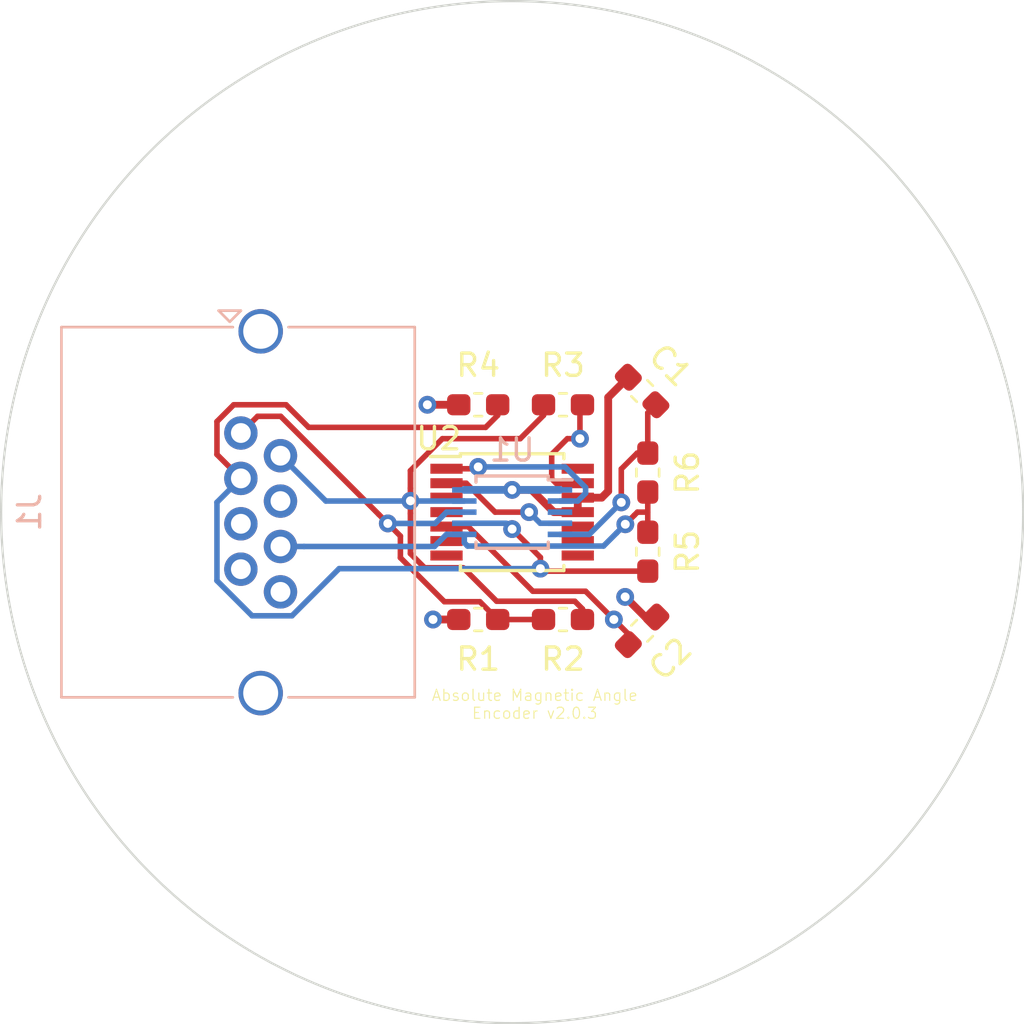
<source format=kicad_pcb>
(kicad_pcb (version 20171130) (host pcbnew "(5.1.5)-3")

  (general
    (thickness 1.6)
    (drawings 2)
    (tracks 166)
    (zones 0)
    (modules 11)
    (nets 9)
  )

  (page A4)
  (title_block
    (date 2019-12-22)
  )

  (layers
    (0 F.Cu signal)
    (1 In1.Cu power)
    (2 In2.Cu power)
    (31 B.Cu signal)
    (32 B.Adhes user)
    (33 F.Adhes user)
    (34 B.Paste user)
    (35 F.Paste user)
    (36 B.SilkS user)
    (37 F.SilkS user)
    (38 B.Mask user)
    (39 F.Mask user)
    (42 Eco1.User user)
    (44 Edge.Cuts user)
    (45 Margin user)
    (46 B.CrtYd user)
    (47 F.CrtYd user)
    (48 B.Fab user)
    (49 F.Fab user)
  )

  (setup
    (last_trace_width 0.25)
    (trace_clearance 0.2)
    (zone_clearance 0.2)
    (zone_45_only no)
    (trace_min 0.2)
    (via_size 0.8)
    (via_drill 0.4)
    (via_min_size 0.4)
    (via_min_drill 0.3)
    (uvia_size 0.3)
    (uvia_drill 0.1)
    (uvias_allowed no)
    (uvia_min_size 0.2)
    (uvia_min_drill 0.1)
    (edge_width 0.1)
    (segment_width 0.2)
    (pcb_text_width 0.3)
    (pcb_text_size 1.5 1.5)
    (mod_edge_width 0.15)
    (mod_text_size 1 1)
    (mod_text_width 0.15)
    (pad_size 2 2)
    (pad_drill 1.57)
    (pad_to_mask_clearance 0.000051)
    (aux_axis_origin 0 0)
    (grid_origin 228.092 134.112)
    (visible_elements 7FFDFFFF)
    (pcbplotparams
      (layerselection 0x010fc_ffffffff)
      (usegerberextensions false)
      (usegerberattributes false)
      (usegerberadvancedattributes false)
      (creategerberjobfile false)
      (excludeedgelayer true)
      (linewidth 0.100000)
      (plotframeref false)
      (viasonmask false)
      (mode 1)
      (useauxorigin false)
      (hpglpennumber 1)
      (hpglpenspeed 20)
      (hpglpendiameter 15.000000)
      (psnegative false)
      (psa4output false)
      (plotreference true)
      (plotvalue false)
      (plotinvisibletext false)
      (padsonsilk false)
      (subtractmaskfromsilk false)
      (outputformat 1)
      (mirror false)
      (drillshape 0)
      (scaleselection 1)
      (outputdirectory "./gerber"))
  )

  (net 0 "")
  (net 1 GND)
  (net 2 "Net-(U1-Pad4)")
  (net 3 "Net-(U1-Pad2)")
  (net 4 DSCL-)
  (net 5 DSDA-)
  (net 6 DSCL+)
  (net 7 DSDA+)
  (net 8 +3V3)

  (net_class Default "This is the default net class."
    (clearance 0.2)
    (trace_width 0.25)
    (via_dia 0.8)
    (via_drill 0.4)
    (uvia_dia 0.3)
    (uvia_drill 0.1)
    (add_net DSCL+)
    (add_net DSCL-)
    (add_net DSDA+)
    (add_net DSDA-)
    (add_net GND)
    (add_net "Net-(U1-Pad2)")
    (add_net "Net-(U1-Pad4)")
  )

  (net_class +3V3 ""
    (clearance 0.2)
    (trace_width 0.35)
    (via_dia 0.8)
    (via_drill 0.4)
    (uvia_dia 0.3)
    (uvia_drill 0.1)
    (add_net +3V3)
  )

  (module Capacitor_SMD:C_0603_1608Metric_Pad1.05x0.95mm_HandSolder (layer F.Cu) (tedit 5B301BBE) (tstamp 5E336C9E)
    (at 233.934 128.667282 315)
    (descr "Capacitor SMD 0603 (1608 Metric), square (rectangular) end terminal, IPC_7351 nominal with elongated pad for handsoldering. (Body size source: http://www.tortai-tech.com/upload/download/2011102023233369053.pdf), generated with kicad-footprint-generator")
    (tags "capacitor handsolder")
    (path /5E3142CD)
    (attr smd)
    (fp_text reference C1 (at 0.078289 -1.717762 135) (layer F.SilkS)
      (effects (font (size 1 1) (thickness 0.15)))
    )
    (fp_text value 10uF (at 0 1.43 135) (layer F.Fab)
      (effects (font (size 1 1) (thickness 0.15)))
    )
    (fp_text user %R (at 0 0 135) (layer F.Fab)
      (effects (font (size 0.4 0.4) (thickness 0.06)))
    )
    (fp_line (start 1.65 0.73) (end -1.65 0.73) (layer F.CrtYd) (width 0.05))
    (fp_line (start 1.65 -0.73) (end 1.65 0.73) (layer F.CrtYd) (width 0.05))
    (fp_line (start -1.65 -0.73) (end 1.65 -0.73) (layer F.CrtYd) (width 0.05))
    (fp_line (start -1.65 0.73) (end -1.65 -0.73) (layer F.CrtYd) (width 0.05))
    (fp_line (start -0.171267 0.51) (end 0.171267 0.51) (layer F.SilkS) (width 0.12))
    (fp_line (start -0.171267 -0.51) (end 0.171267 -0.51) (layer F.SilkS) (width 0.12))
    (fp_line (start 0.8 0.4) (end -0.8 0.4) (layer F.Fab) (width 0.1))
    (fp_line (start 0.8 -0.4) (end 0.8 0.4) (layer F.Fab) (width 0.1))
    (fp_line (start -0.8 -0.4) (end 0.8 -0.4) (layer F.Fab) (width 0.1))
    (fp_line (start -0.8 0.4) (end -0.8 -0.4) (layer F.Fab) (width 0.1))
    (pad 2 smd roundrect (at 0.875 0 315) (size 1.05 0.95) (layers F.Cu F.Paste F.Mask) (roundrect_rratio 0.25)
      (net 1 GND))
    (pad 1 smd roundrect (at -0.875 0 315) (size 1.05 0.95) (layers F.Cu F.Paste F.Mask) (roundrect_rratio 0.25)
      (net 8 +3V3))
    (model ${KISYS3DMOD}/Capacitor_SMD.3dshapes/C_0603_1608Metric.wrl
      (at (xyz 0 0 0))
      (scale (xyz 1 1 1))
      (rotate (xyz 0 0 0))
    )
  )

  (module Capacitor_SMD:C_0603_1608Metric_Pad1.05x0.95mm_HandSolder (layer F.Cu) (tedit 5B301BBE) (tstamp 5E336BE6)
    (at 233.934 139.446 45)
    (descr "Capacitor SMD 0603 (1608 Metric), square (rectangular) end terminal, IPC_7351 nominal with elongated pad for handsoldering. (Body size source: http://www.tortai-tech.com/upload/download/2011102023233369053.pdf), generated with kicad-footprint-generator")
    (tags "capacitor handsolder")
    (path /5E311AFC)
    (attr smd)
    (fp_text reference C2 (at 0 1.796051 45) (layer F.SilkS)
      (effects (font (size 1 1) (thickness 0.15)))
    )
    (fp_text value 100nF (at 0 1.43 45) (layer F.Fab)
      (effects (font (size 1 1) (thickness 0.15)))
    )
    (fp_text user %R (at 0 0 45) (layer F.Fab)
      (effects (font (size 0.4 0.4) (thickness 0.06)))
    )
    (fp_line (start 1.65 0.73) (end -1.65 0.73) (layer F.CrtYd) (width 0.05))
    (fp_line (start 1.65 -0.73) (end 1.65 0.73) (layer F.CrtYd) (width 0.05))
    (fp_line (start -1.65 -0.73) (end 1.65 -0.73) (layer F.CrtYd) (width 0.05))
    (fp_line (start -1.65 0.73) (end -1.65 -0.73) (layer F.CrtYd) (width 0.05))
    (fp_line (start -0.171267 0.51) (end 0.171267 0.51) (layer F.SilkS) (width 0.12))
    (fp_line (start -0.171267 -0.51) (end 0.171267 -0.51) (layer F.SilkS) (width 0.12))
    (fp_line (start 0.8 0.4) (end -0.8 0.4) (layer F.Fab) (width 0.1))
    (fp_line (start 0.8 -0.4) (end 0.8 0.4) (layer F.Fab) (width 0.1))
    (fp_line (start -0.8 -0.4) (end 0.8 -0.4) (layer F.Fab) (width 0.1))
    (fp_line (start -0.8 0.4) (end -0.8 -0.4) (layer F.Fab) (width 0.1))
    (pad 2 smd roundrect (at 0.875 0 45) (size 1.05 0.95) (layers F.Cu F.Paste F.Mask) (roundrect_rratio 0.25)
      (net 8 +3V3))
    (pad 1 smd roundrect (at -0.875 0 45) (size 1.05 0.95) (layers F.Cu F.Paste F.Mask) (roundrect_rratio 0.25)
      (net 1 GND))
    (model ${KISYS3DMOD}/Capacitor_SMD.3dshapes/C_0603_1608Metric.wrl
      (at (xyz 0 0 0))
      (scale (xyz 1 1 1))
      (rotate (xyz 0 0 0))
    )
  )

  (module Resistor_SMD:R_0603_1608Metric_Pad1.05x0.95mm_HandSolder (layer F.Cu) (tedit 5B301BBD) (tstamp 5E31C8AC)
    (at 226.568 138.938 180)
    (descr "Resistor SMD 0603 (1608 Metric), square (rectangular) end terminal, IPC_7351 nominal with elongated pad for handsoldering. (Body size source: http://www.tortai-tech.com/upload/download/2011102023233369053.pdf), generated with kicad-footprint-generator")
    (tags "resistor handsolder")
    (path /5E348E41)
    (attr smd)
    (fp_text reference R1 (at 0 -1.778) (layer F.SilkS)
      (effects (font (size 1 1) (thickness 0.15)))
    )
    (fp_text value 600 (at 0 1.43) (layer F.Fab)
      (effects (font (size 1 1) (thickness 0.15)))
    )
    (fp_text user %R (at 0 0) (layer F.Fab)
      (effects (font (size 0.4 0.4) (thickness 0.06)))
    )
    (fp_line (start 1.65 0.73) (end -1.65 0.73) (layer F.CrtYd) (width 0.05))
    (fp_line (start 1.65 -0.73) (end 1.65 0.73) (layer F.CrtYd) (width 0.05))
    (fp_line (start -1.65 -0.73) (end 1.65 -0.73) (layer F.CrtYd) (width 0.05))
    (fp_line (start -1.65 0.73) (end -1.65 -0.73) (layer F.CrtYd) (width 0.05))
    (fp_line (start -0.171267 0.51) (end 0.171267 0.51) (layer F.SilkS) (width 0.12))
    (fp_line (start -0.171267 -0.51) (end 0.171267 -0.51) (layer F.SilkS) (width 0.12))
    (fp_line (start 0.8 0.4) (end -0.8 0.4) (layer F.Fab) (width 0.1))
    (fp_line (start 0.8 -0.4) (end 0.8 0.4) (layer F.Fab) (width 0.1))
    (fp_line (start -0.8 -0.4) (end 0.8 -0.4) (layer F.Fab) (width 0.1))
    (fp_line (start -0.8 0.4) (end -0.8 -0.4) (layer F.Fab) (width 0.1))
    (pad 2 smd roundrect (at 0.875 0 180) (size 1.05 0.95) (layers F.Cu F.Paste F.Mask) (roundrect_rratio 0.25)
      (net 8 +3V3))
    (pad 1 smd roundrect (at -0.875 0 180) (size 1.05 0.95) (layers F.Cu F.Paste F.Mask) (roundrect_rratio 0.25)
      (net 7 DSDA+))
    (model ${KISYS3DMOD}/Resistor_SMD.3dshapes/R_0603_1608Metric.wrl
      (at (xyz 0 0 0))
      (scale (xyz 1 1 1))
      (rotate (xyz 0 0 0))
    )
  )

  (module Resistor_SMD:R_0603_1608Metric_Pad1.05x0.95mm_HandSolder (layer F.Cu) (tedit 5B301BBD) (tstamp 5E31C92E)
    (at 230.378 138.938 180)
    (descr "Resistor SMD 0603 (1608 Metric), square (rectangular) end terminal, IPC_7351 nominal with elongated pad for handsoldering. (Body size source: http://www.tortai-tech.com/upload/download/2011102023233369053.pdf), generated with kicad-footprint-generator")
    (tags "resistor handsolder")
    (path /5E348E2D)
    (attr smd)
    (fp_text reference R2 (at 0 -1.778) (layer F.SilkS)
      (effects (font (size 1 1) (thickness 0.15)))
    )
    (fp_text value 120 (at 0 1.43) (layer F.Fab)
      (effects (font (size 1 1) (thickness 0.15)))
    )
    (fp_text user %R (at 0 0) (layer F.Fab)
      (effects (font (size 0.4 0.4) (thickness 0.06)))
    )
    (fp_line (start 1.65 0.73) (end -1.65 0.73) (layer F.CrtYd) (width 0.05))
    (fp_line (start 1.65 -0.73) (end 1.65 0.73) (layer F.CrtYd) (width 0.05))
    (fp_line (start -1.65 -0.73) (end 1.65 -0.73) (layer F.CrtYd) (width 0.05))
    (fp_line (start -1.65 0.73) (end -1.65 -0.73) (layer F.CrtYd) (width 0.05))
    (fp_line (start -0.171267 0.51) (end 0.171267 0.51) (layer F.SilkS) (width 0.12))
    (fp_line (start -0.171267 -0.51) (end 0.171267 -0.51) (layer F.SilkS) (width 0.12))
    (fp_line (start 0.8 0.4) (end -0.8 0.4) (layer F.Fab) (width 0.1))
    (fp_line (start 0.8 -0.4) (end 0.8 0.4) (layer F.Fab) (width 0.1))
    (fp_line (start -0.8 -0.4) (end 0.8 -0.4) (layer F.Fab) (width 0.1))
    (fp_line (start -0.8 0.4) (end -0.8 -0.4) (layer F.Fab) (width 0.1))
    (pad 2 smd roundrect (at 0.875 0 180) (size 1.05 0.95) (layers F.Cu F.Paste F.Mask) (roundrect_rratio 0.25)
      (net 7 DSDA+))
    (pad 1 smd roundrect (at -0.875 0 180) (size 1.05 0.95) (layers F.Cu F.Paste F.Mask) (roundrect_rratio 0.25)
      (net 5 DSDA-))
    (model ${KISYS3DMOD}/Resistor_SMD.3dshapes/R_0603_1608Metric.wrl
      (at (xyz 0 0 0))
      (scale (xyz 1 1 1))
      (rotate (xyz 0 0 0))
    )
  )

  (module Resistor_SMD:R_0603_1608Metric_Pad1.05x0.95mm_HandSolder (layer F.Cu) (tedit 5B301BBD) (tstamp 5E336E25)
    (at 230.378 129.286 180)
    (descr "Resistor SMD 0603 (1608 Metric), square (rectangular) end terminal, IPC_7351 nominal with elongated pad for handsoldering. (Body size source: http://www.tortai-tech.com/upload/download/2011102023233369053.pdf), generated with kicad-footprint-generator")
    (tags "resistor handsolder")
    (path /5E348E27)
    (attr smd)
    (fp_text reference R3 (at 0 1.778) (layer F.SilkS)
      (effects (font (size 1 1) (thickness 0.15)))
    )
    (fp_text value 600 (at 0 1.43) (layer F.Fab)
      (effects (font (size 1 1) (thickness 0.15)))
    )
    (fp_text user %R (at 0 0) (layer F.Fab)
      (effects (font (size 0.4 0.4) (thickness 0.06)))
    )
    (fp_line (start 1.65 0.73) (end -1.65 0.73) (layer F.CrtYd) (width 0.05))
    (fp_line (start 1.65 -0.73) (end 1.65 0.73) (layer F.CrtYd) (width 0.05))
    (fp_line (start -1.65 -0.73) (end 1.65 -0.73) (layer F.CrtYd) (width 0.05))
    (fp_line (start -1.65 0.73) (end -1.65 -0.73) (layer F.CrtYd) (width 0.05))
    (fp_line (start -0.171267 0.51) (end 0.171267 0.51) (layer F.SilkS) (width 0.12))
    (fp_line (start -0.171267 -0.51) (end 0.171267 -0.51) (layer F.SilkS) (width 0.12))
    (fp_line (start 0.8 0.4) (end -0.8 0.4) (layer F.Fab) (width 0.1))
    (fp_line (start 0.8 -0.4) (end 0.8 0.4) (layer F.Fab) (width 0.1))
    (fp_line (start -0.8 -0.4) (end 0.8 -0.4) (layer F.Fab) (width 0.1))
    (fp_line (start -0.8 0.4) (end -0.8 -0.4) (layer F.Fab) (width 0.1))
    (pad 2 smd roundrect (at 0.875 0 180) (size 1.05 0.95) (layers F.Cu F.Paste F.Mask) (roundrect_rratio 0.25)
      (net 5 DSDA-))
    (pad 1 smd roundrect (at -0.875 0 180) (size 1.05 0.95) (layers F.Cu F.Paste F.Mask) (roundrect_rratio 0.25)
      (net 1 GND))
    (model ${KISYS3DMOD}/Resistor_SMD.3dshapes/R_0603_1608Metric.wrl
      (at (xyz 0 0 0))
      (scale (xyz 1 1 1))
      (rotate (xyz 0 0 0))
    )
  )

  (module Resistor_SMD:R_0603_1608Metric_Pad1.05x0.95mm_HandSolder (layer F.Cu) (tedit 5B301BBD) (tstamp 5E31C5A5)
    (at 226.568 129.286 180)
    (descr "Resistor SMD 0603 (1608 Metric), square (rectangular) end terminal, IPC_7351 nominal with elongated pad for handsoldering. (Body size source: http://www.tortai-tech.com/upload/download/2011102023233369053.pdf), generated with kicad-footprint-generator")
    (tags "resistor handsolder")
    (path /5E3399AC)
    (attr smd)
    (fp_text reference R4 (at 0 1.778) (layer F.SilkS)
      (effects (font (size 1 1) (thickness 0.15)))
    )
    (fp_text value 600 (at 0 1.43) (layer F.Fab)
      (effects (font (size 1 1) (thickness 0.15)))
    )
    (fp_text user %R (at 0 0) (layer F.Fab)
      (effects (font (size 0.4 0.4) (thickness 0.06)))
    )
    (fp_line (start 1.65 0.73) (end -1.65 0.73) (layer F.CrtYd) (width 0.05))
    (fp_line (start 1.65 -0.73) (end 1.65 0.73) (layer F.CrtYd) (width 0.05))
    (fp_line (start -1.65 -0.73) (end 1.65 -0.73) (layer F.CrtYd) (width 0.05))
    (fp_line (start -1.65 0.73) (end -1.65 -0.73) (layer F.CrtYd) (width 0.05))
    (fp_line (start -0.171267 0.51) (end 0.171267 0.51) (layer F.SilkS) (width 0.12))
    (fp_line (start -0.171267 -0.51) (end 0.171267 -0.51) (layer F.SilkS) (width 0.12))
    (fp_line (start 0.8 0.4) (end -0.8 0.4) (layer F.Fab) (width 0.1))
    (fp_line (start 0.8 -0.4) (end 0.8 0.4) (layer F.Fab) (width 0.1))
    (fp_line (start -0.8 -0.4) (end 0.8 -0.4) (layer F.Fab) (width 0.1))
    (fp_line (start -0.8 0.4) (end -0.8 -0.4) (layer F.Fab) (width 0.1))
    (pad 2 smd roundrect (at 0.875 0 180) (size 1.05 0.95) (layers F.Cu F.Paste F.Mask) (roundrect_rratio 0.25)
      (net 8 +3V3))
    (pad 1 smd roundrect (at -0.875 0 180) (size 1.05 0.95) (layers F.Cu F.Paste F.Mask) (roundrect_rratio 0.25)
      (net 6 DSCL+))
    (model ${KISYS3DMOD}/Resistor_SMD.3dshapes/R_0603_1608Metric.wrl
      (at (xyz 0 0 0))
      (scale (xyz 1 1 1))
      (rotate (xyz 0 0 0))
    )
  )

  (module Resistor_SMD:R_0603_1608Metric_Pad1.05x0.95mm_HandSolder (layer F.Cu) (tedit 5B301BBD) (tstamp 5E31C648)
    (at 234.188 135.89 270)
    (descr "Resistor SMD 0603 (1608 Metric), square (rectangular) end terminal, IPC_7351 nominal with elongated pad for handsoldering. (Body size source: http://www.tortai-tech.com/upload/download/2011102023233369053.pdf), generated with kicad-footprint-generator")
    (tags "resistor handsolder")
    (path /5E339087)
    (attr smd)
    (fp_text reference R5 (at 0 -1.778 270) (layer F.SilkS)
      (effects (font (size 1 1) (thickness 0.15)))
    )
    (fp_text value 120 (at 0 1.43 90) (layer F.Fab)
      (effects (font (size 1 1) (thickness 0.15)))
    )
    (fp_text user %R (at 0 0 90) (layer F.Fab)
      (effects (font (size 0.4 0.4) (thickness 0.06)))
    )
    (fp_line (start 1.65 0.73) (end -1.65 0.73) (layer F.CrtYd) (width 0.05))
    (fp_line (start 1.65 -0.73) (end 1.65 0.73) (layer F.CrtYd) (width 0.05))
    (fp_line (start -1.65 -0.73) (end 1.65 -0.73) (layer F.CrtYd) (width 0.05))
    (fp_line (start -1.65 0.73) (end -1.65 -0.73) (layer F.CrtYd) (width 0.05))
    (fp_line (start -0.171267 0.51) (end 0.171267 0.51) (layer F.SilkS) (width 0.12))
    (fp_line (start -0.171267 -0.51) (end 0.171267 -0.51) (layer F.SilkS) (width 0.12))
    (fp_line (start 0.8 0.4) (end -0.8 0.4) (layer F.Fab) (width 0.1))
    (fp_line (start 0.8 -0.4) (end 0.8 0.4) (layer F.Fab) (width 0.1))
    (fp_line (start -0.8 -0.4) (end 0.8 -0.4) (layer F.Fab) (width 0.1))
    (fp_line (start -0.8 0.4) (end -0.8 -0.4) (layer F.Fab) (width 0.1))
    (pad 2 smd roundrect (at 0.875 0 270) (size 1.05 0.95) (layers F.Cu F.Paste F.Mask) (roundrect_rratio 0.25)
      (net 6 DSCL+))
    (pad 1 smd roundrect (at -0.875 0 270) (size 1.05 0.95) (layers F.Cu F.Paste F.Mask) (roundrect_rratio 0.25)
      (net 4 DSCL-))
    (model ${KISYS3DMOD}/Resistor_SMD.3dshapes/R_0603_1608Metric.wrl
      (at (xyz 0 0 0))
      (scale (xyz 1 1 1))
      (rotate (xyz 0 0 0))
    )
  )

  (module Resistor_SMD:R_0603_1608Metric_Pad1.05x0.95mm_HandSolder (layer F.Cu) (tedit 5B301BBD) (tstamp 5E31B764)
    (at 234.188 132.334 270)
    (descr "Resistor SMD 0603 (1608 Metric), square (rectangular) end terminal, IPC_7351 nominal with elongated pad for handsoldering. (Body size source: http://www.tortai-tech.com/upload/download/2011102023233369053.pdf), generated with kicad-footprint-generator")
    (tags "resistor handsolder")
    (path /5E339DCE)
    (attr smd)
    (fp_text reference R6 (at 0 -1.778 90) (layer F.SilkS)
      (effects (font (size 1 1) (thickness 0.15)))
    )
    (fp_text value 600 (at 0 1.43 90) (layer F.Fab)
      (effects (font (size 1 1) (thickness 0.15)))
    )
    (fp_text user %R (at 0 0 90) (layer F.Fab)
      (effects (font (size 0.4 0.4) (thickness 0.06)))
    )
    (fp_line (start 1.65 0.73) (end -1.65 0.73) (layer F.CrtYd) (width 0.05))
    (fp_line (start 1.65 -0.73) (end 1.65 0.73) (layer F.CrtYd) (width 0.05))
    (fp_line (start -1.65 -0.73) (end 1.65 -0.73) (layer F.CrtYd) (width 0.05))
    (fp_line (start -1.65 0.73) (end -1.65 -0.73) (layer F.CrtYd) (width 0.05))
    (fp_line (start -0.171267 0.51) (end 0.171267 0.51) (layer F.SilkS) (width 0.12))
    (fp_line (start -0.171267 -0.51) (end 0.171267 -0.51) (layer F.SilkS) (width 0.12))
    (fp_line (start 0.8 0.4) (end -0.8 0.4) (layer F.Fab) (width 0.1))
    (fp_line (start 0.8 -0.4) (end 0.8 0.4) (layer F.Fab) (width 0.1))
    (fp_line (start -0.8 -0.4) (end 0.8 -0.4) (layer F.Fab) (width 0.1))
    (fp_line (start -0.8 0.4) (end -0.8 -0.4) (layer F.Fab) (width 0.1))
    (pad 2 smd roundrect (at 0.875 0 270) (size 1.05 0.95) (layers F.Cu F.Paste F.Mask) (roundrect_rratio 0.25)
      (net 4 DSCL-))
    (pad 1 smd roundrect (at -0.875 0 270) (size 1.05 0.95) (layers F.Cu F.Paste F.Mask) (roundrect_rratio 0.25)
      (net 1 GND))
    (model ${KISYS3DMOD}/Resistor_SMD.3dshapes/R_0603_1608Metric.wrl
      (at (xyz 0 0 0))
      (scale (xyz 1 1 1))
      (rotate (xyz 0 0 0))
    )
  )

  (module Package_SO:TSSOP-14_4.4x5mm_P0.65mm (layer F.Cu) (tedit 5A02F25C) (tstamp 5E345745)
    (at 228.092 134.112)
    (descr "14-Lead Plastic Thin Shrink Small Outline (ST)-4.4 mm Body [TSSOP] (see Microchip Packaging Specification 00000049BS.pdf)")
    (tags "SSOP 0.65")
    (path /5E31092E)
    (attr smd)
    (fp_text reference U2 (at -3.302 -3.302) (layer F.SilkS)
      (effects (font (size 1 1) (thickness 0.15)))
    )
    (fp_text value AS5048B (at 0 3.55) (layer F.Fab)
      (effects (font (size 1 1) (thickness 0.15)))
    )
    (fp_text user %R (at 0 0) (layer F.Fab)
      (effects (font (size 0.8 0.8) (thickness 0.15)))
    )
    (fp_line (start -2.325 -2.5) (end -3.675 -2.5) (layer F.SilkS) (width 0.15))
    (fp_line (start -2.325 2.625) (end 2.325 2.625) (layer F.SilkS) (width 0.15))
    (fp_line (start -2.325 -2.625) (end 2.325 -2.625) (layer F.SilkS) (width 0.15))
    (fp_line (start -2.325 2.625) (end -2.325 2.4) (layer F.SilkS) (width 0.15))
    (fp_line (start 2.325 2.625) (end 2.325 2.4) (layer F.SilkS) (width 0.15))
    (fp_line (start 2.325 -2.625) (end 2.325 -2.4) (layer F.SilkS) (width 0.15))
    (fp_line (start -2.325 -2.625) (end -2.325 -2.5) (layer F.SilkS) (width 0.15))
    (fp_line (start -3.95 2.8) (end 3.95 2.8) (layer F.CrtYd) (width 0.05))
    (fp_line (start -3.95 -2.8) (end 3.95 -2.8) (layer F.CrtYd) (width 0.05))
    (fp_line (start 3.95 -2.8) (end 3.95 2.8) (layer F.CrtYd) (width 0.05))
    (fp_line (start -3.95 -2.8) (end -3.95 2.8) (layer F.CrtYd) (width 0.05))
    (fp_line (start -2.2 -1.5) (end -1.2 -2.5) (layer F.Fab) (width 0.15))
    (fp_line (start -2.2 2.5) (end -2.2 -1.5) (layer F.Fab) (width 0.15))
    (fp_line (start 2.2 2.5) (end -2.2 2.5) (layer F.Fab) (width 0.15))
    (fp_line (start 2.2 -2.5) (end 2.2 2.5) (layer F.Fab) (width 0.15))
    (fp_line (start -1.2 -2.5) (end 2.2 -2.5) (layer F.Fab) (width 0.15))
    (pad 14 smd rect (at 2.95 -1.95) (size 1.45 0.45) (layers F.Cu F.Paste F.Mask))
    (pad 13 smd rect (at 2.95 -1.3) (size 1.45 0.45) (layers F.Cu F.Paste F.Mask)
      (net 1 GND))
    (pad 12 smd rect (at 2.95 -0.65) (size 1.45 0.45) (layers F.Cu F.Paste F.Mask)
      (net 8 +3V3))
    (pad 11 smd rect (at 2.95 0) (size 1.45 0.45) (layers F.Cu F.Paste F.Mask)
      (net 8 +3V3))
    (pad 10 smd rect (at 2.95 0.65) (size 1.45 0.45) (layers F.Cu F.Paste F.Mask))
    (pad 9 smd rect (at 2.95 1.3) (size 1.45 0.45) (layers F.Cu F.Paste F.Mask))
    (pad 8 smd rect (at 2.95 1.95) (size 1.45 0.45) (layers F.Cu F.Paste F.Mask))
    (pad 7 smd rect (at -2.95 1.95) (size 1.45 0.45) (layers F.Cu F.Paste F.Mask))
    (pad 6 smd rect (at -2.95 1.3) (size 1.45 0.45) (layers F.Cu F.Paste F.Mask))
    (pad 5 smd rect (at -2.95 0.65) (size 1.45 0.45) (layers F.Cu F.Paste F.Mask)
      (net 1 GND))
    (pad 4 smd rect (at -2.95 0) (size 1.45 0.45) (layers F.Cu F.Paste F.Mask))
    (pad 3 smd rect (at -2.95 -0.65) (size 1.45 0.45) (layers F.Cu F.Paste F.Mask))
    (pad 2 smd rect (at -2.95 -1.3) (size 1.45 0.45) (layers F.Cu F.Paste F.Mask)
      (net 2 "Net-(U1-Pad4)"))
    (pad 1 smd rect (at -2.95 -1.95) (size 1.45 0.45) (layers F.Cu F.Paste F.Mask)
      (net 3 "Net-(U1-Pad2)"))
    (model ${KISYS3DMOD}/Package_SO.3dshapes/TSSOP-14_4.4x5mm_P0.65mm.wrl
      (at (xyz 0 0 0))
      (scale (xyz 1 1 1))
      (rotate (xyz 0 0 0))
    )
  )

  (module Package_SO:TSSOP-10_3x3mm_P0.5mm (layer B.Cu) (tedit 5A02F25C) (tstamp 5E31C342)
    (at 228.092 134.112 180)
    (descr "TSSOP10: plastic thin shrink small outline package; 10 leads; body width 3 mm; (see NXP SSOP-TSSOP-VSO-REFLOW.pdf and sot552-1_po.pdf)")
    (tags "SSOP 0.5")
    (path /5E310085)
    (attr smd)
    (fp_text reference U1 (at 0 2.794) (layer B.SilkS)
      (effects (font (size 1 1) (thickness 0.15)) (justify mirror))
    )
    (fp_text value PCA9615 (at 0 -2.55) (layer B.Fab)
      (effects (font (size 1 1) (thickness 0.15)) (justify mirror))
    )
    (fp_text user %R (at 0 0) (layer B.Fab)
      (effects (font (size 0.6 0.6) (thickness 0.15)) (justify mirror))
    )
    (fp_line (start -1.625 1.45) (end -2.7 1.45) (layer B.SilkS) (width 0.15))
    (fp_line (start -1.625 -1.625) (end 1.625 -1.625) (layer B.SilkS) (width 0.15))
    (fp_line (start -1.625 1.625) (end 1.625 1.625) (layer B.SilkS) (width 0.15))
    (fp_line (start -1.625 -1.625) (end -1.625 -1.35) (layer B.SilkS) (width 0.15))
    (fp_line (start 1.625 -1.625) (end 1.625 -1.35) (layer B.SilkS) (width 0.15))
    (fp_line (start 1.625 1.625) (end 1.625 1.35) (layer B.SilkS) (width 0.15))
    (fp_line (start -1.625 1.625) (end -1.625 1.45) (layer B.SilkS) (width 0.15))
    (fp_line (start -2.95 -1.8) (end 2.95 -1.8) (layer B.CrtYd) (width 0.05))
    (fp_line (start -2.95 1.8) (end 2.95 1.8) (layer B.CrtYd) (width 0.05))
    (fp_line (start 2.95 1.8) (end 2.95 -1.8) (layer B.CrtYd) (width 0.05))
    (fp_line (start -2.95 1.8) (end -2.95 -1.8) (layer B.CrtYd) (width 0.05))
    (fp_line (start -1.5 0.5) (end -0.5 1.5) (layer B.Fab) (width 0.15))
    (fp_line (start -1.5 -1.5) (end -1.5 0.5) (layer B.Fab) (width 0.15))
    (fp_line (start 1.5 -1.5) (end -1.5 -1.5) (layer B.Fab) (width 0.15))
    (fp_line (start 1.5 1.5) (end 1.5 -1.5) (layer B.Fab) (width 0.15))
    (fp_line (start -0.5 1.5) (end 1.5 1.5) (layer B.Fab) (width 0.15))
    (pad 10 smd rect (at 2.15 1 180) (size 1.1 0.25) (layers B.Cu B.Paste B.Mask)
      (net 8 +3V3))
    (pad 9 smd rect (at 2.15 0.5 180) (size 1.1 0.25) (layers B.Cu B.Paste B.Mask)
      (net 5 DSDA-))
    (pad 8 smd rect (at 2.15 0 180) (size 1.1 0.25) (layers B.Cu B.Paste B.Mask)
      (net 7 DSDA+))
    (pad 7 smd rect (at 2.15 -0.5 180) (size 1.1 0.25) (layers B.Cu B.Paste B.Mask)
      (net 6 DSCL+))
    (pad 6 smd rect (at 2.15 -1 180) (size 1.1 0.25) (layers B.Cu B.Paste B.Mask)
      (net 4 DSCL-))
    (pad 5 smd rect (at -2.15 -1 180) (size 1.1 0.25) (layers B.Cu B.Paste B.Mask)
      (net 1 GND))
    (pad 4 smd rect (at -2.15 -0.5 180) (size 1.1 0.25) (layers B.Cu B.Paste B.Mask)
      (net 2 "Net-(U1-Pad4)"))
    (pad 3 smd rect (at -2.15 0 180) (size 1.1 0.25) (layers B.Cu B.Paste B.Mask))
    (pad 2 smd rect (at -2.15 0.5 180) (size 1.1 0.25) (layers B.Cu B.Paste B.Mask)
      (net 3 "Net-(U1-Pad2)"))
    (pad 1 smd rect (at -2.15 1 180) (size 1.1 0.25) (layers B.Cu B.Paste B.Mask)
      (net 8 +3V3))
    (model ${KISYS3DMOD}/Package_SO.3dshapes/TSSOP-10_3x3mm_P0.5mm.wrl
      (at (xyz 0 0 0))
      (scale (xyz 1 1 1))
      (rotate (xyz 0 0 0))
    )
  )

  (module Connector_RJ:RJ45_Amphenol_RJHSE5380 (layer B.Cu) (tedit 5E345119) (tstamp 5E31C149)
    (at 215.9 130.556 270)
    (descr "Shielded, https://www.amphenolcanada.com/ProductSearch/drawings/AC/RJHSE538X.pdf")
    (tags "RJ45 8p8c ethernet cat5")
    (path /5E357A4C)
    (fp_text reference J1 (at 3.56 9.5 90) (layer B.SilkS)
      (effects (font (size 1 1) (thickness 0.15)) (justify mirror))
    )
    (fp_text value 8P8C (at 3.56 -9.5 90) (layer B.Fab)
      (effects (font (size 1 1) (thickness 0.15)) (justify mirror))
    )
    (fp_line (start -5.5 1) (end -5 0.5) (layer B.SilkS) (width 0.12))
    (fp_line (start -5.5 0) (end -5.5 1) (layer B.SilkS) (width 0.12))
    (fp_line (start -5 0.5) (end -5.5 0) (layer B.SilkS) (width 0.12))
    (fp_text user %R (at 3.56 6 90) (layer B.Fab)
      (effects (font (size 1 1) (thickness 0.15)) (justify mirror))
    )
    (fp_line (start 13.19 8.5) (end 13.19 -8.25) (layer B.CrtYd) (width 0.05))
    (fp_line (start -6.07 -8.25) (end 13.19 -8.25) (layer B.CrtYd) (width 0.05))
    (fp_line (start -6.07 8.5) (end -6.07 -8.25) (layer B.CrtYd) (width 0.05))
    (fp_line (start -6.07 8.5) (end 13.19 8.5) (layer B.CrtYd) (width 0.05))
    (fp_line (start -4.695 7) (end -3.695 8) (layer B.Fab) (width 0.1))
    (fp_line (start 11.88 -7.815) (end 11.88 -2.14) (layer B.SilkS) (width 0.12))
    (fp_line (start -4.76 -7.815) (end -4.76 -2.14) (layer B.SilkS) (width 0.12))
    (fp_line (start -4.76 -7.815) (end 11.88 -7.815) (layer B.SilkS) (width 0.12))
    (fp_line (start 11.88 8.065) (end 11.88 0.36) (layer B.SilkS) (width 0.12))
    (fp_line (start -4.76 8.065) (end -4.76 0.36) (layer B.SilkS) (width 0.12))
    (fp_line (start -4.76 8.065) (end 11.88 8.065) (layer B.SilkS) (width 0.12))
    (fp_line (start 11.815 8) (end 11.815 -7.75) (layer B.Fab) (width 0.1))
    (fp_line (start -3.695 8) (end 11.815 8) (layer B.Fab) (width 0.1))
    (fp_line (start -4.695 -7.75) (end 11.815 -7.75) (layer B.Fab) (width 0.1))
    (fp_line (start -4.695 7) (end -4.695 -7.75) (layer B.Fab) (width 0.1))
    (pad SH thru_hole circle (at -4.57 -0.89 270) (size 2 2) (drill 1.57) (layers *.Cu *.Mask)
      (net 1 GND))
    (pad SH thru_hole circle (at 11.69 -0.89 270) (size 2 2) (drill 1.57) (layers *.Cu *.Mask)
      (net 1 GND))
    (pad "" np_thru_hole circle (at 9.91 2.54 270) (size 3.25 3.25) (drill 3.25) (layers *.Cu *.Mask))
    (pad "" np_thru_hole circle (at -2.79 2.54 270) (size 3.25 3.25) (drill 3.25) (layers *.Cu *.Mask))
    (pad 8 thru_hole circle (at 7.14 -1.78 270) (size 1.5 1.5) (drill 0.89) (layers *.Cu *.Mask)
      (net 1 GND))
    (pad 6 thru_hole circle (at 5.1 -1.78 270) (size 1.5 1.5) (drill 0.89) (layers *.Cu *.Mask)
      (net 4 DSCL-))
    (pad 4 thru_hole circle (at 3.06 -1.78 270) (size 1.5 1.5) (drill 0.89) (layers *.Cu *.Mask)
      (net 8 +3V3))
    (pad 2 thru_hole circle (at 1.02 -1.78 270) (size 1.5 1.5) (drill 0.89) (layers *.Cu *.Mask)
      (net 5 DSDA-))
    (pad 7 thru_hole circle (at 6.12 0 270) (size 1.5 1.5) (drill 0.89) (layers *.Cu *.Mask)
      (net 1 GND))
    (pad 5 thru_hole circle (at 4.08 0 270) (size 1.5 1.5) (drill 0.89) (layers *.Cu *.Mask)
      (net 8 +3V3))
    (pad 3 thru_hole circle (at 2.04 0 270) (size 1.5 1.5) (drill 0.89) (layers *.Cu *.Mask)
      (net 6 DSCL+))
    (pad 1 thru_hole circle (at 0 0 270) (size 1.5 1.5) (drill 0.89) (layers *.Cu *.Mask)
      (net 7 DSDA+))
    (model ${KISYS3DMOD}/Connector_RJ.3dshapes/RJ45_Amphenol_RJHSE5380.wrl
      (at (xyz 0 0 0))
      (scale (xyz 1 1 1))
      (rotate (xyz 0 0 0))
    )
  )

  (gr_text "Absolute Magnetic Angle\nEncoder v2.0.3" (at 229.108 142.748) (layer F.SilkS) (tstamp 5E33A7BF)
    (effects (font (size 0.5 0.5) (thickness 0.05)))
  )
  (gr_circle (center 228.092 134.112) (end 248.158 122.936) (layer Edge.Cuts) (width 0.1))

  (via (at 231.14 130.81) (size 0.8) (drill 0.4) (layers F.Cu B.Cu) (net 1))
  (via (at 232.664 138.938) (size 0.8) (drill 0.4) (layers F.Cu B.Cu) (net 1) (tstamp 5E339F98))
  (segment (start 232.918 133.604) (end 232.918 133.604) (width 0.25) (layer B.Cu) (net 1) (tstamp 5E3392A2))
  (segment (start 233.315282 139.589282) (end 232.664 138.938) (width 0.25) (layer F.Cu) (net 1))
  (segment (start 233.315282 140.064718) (end 233.315282 139.589282) (width 0.25) (layer F.Cu) (net 1))
  (segment (start 231.394003 137.668003) (end 232.664 138.938) (width 0.25) (layer F.Cu) (net 1))
  (segment (start 229.023001 137.668001) (end 231.394003 137.668003) (width 0.25) (layer F.Cu) (net 1))
  (segment (start 225.142 134.762) (end 226.117 134.762) (width 0.25) (layer F.Cu) (net 1))
  (segment (start 226.117 134.762) (end 229.023001 137.668001) (width 0.25) (layer F.Cu) (net 1))
  (segment (start 232.664 138.938) (end 232.264001 138.538001) (width 0.25) (layer In1.Cu) (net 1))
  (segment (start 234.188 129.650718) (end 234.552718 129.286) (width 0.25) (layer F.Cu) (net 1))
  (segment (start 234.188 131.459) (end 234.188 129.650718) (width 0.25) (layer F.Cu) (net 1))
  (segment (start 231.253 129.286) (end 231.253 129.286) (width 0.25) (layer F.Cu) (net 1) (tstamp 5E33A3A6))
  (segment (start 216.79 138.586) (end 217.68 137.696) (width 0.25) (layer In1.Cu) (net 1))
  (segment (start 216.79 142.246) (end 216.79 138.586) (width 0.25) (layer In1.Cu) (net 1))
  (segment (start 214.824999 129.365214) (end 216.79 127.400213) (width 0.25) (layer In1.Cu) (net 1))
  (segment (start 216.79 127.400213) (end 216.79 125.986) (width 0.25) (layer In1.Cu) (net 1))
  (segment (start 214.824999 135.600999) (end 214.824999 129.365214) (width 0.25) (layer In1.Cu) (net 1))
  (segment (start 215.9 136.676) (end 214.824999 135.600999) (width 0.25) (layer In1.Cu) (net 1))
  (segment (start 231.422 137.696) (end 232.264001 138.538001) (width 0.25) (layer In1.Cu) (net 1))
  (segment (start 217.68 137.696) (end 231.422 137.696) (width 0.25) (layer In1.Cu) (net 1))
  (via (at 232.998298 133.673527) (size 0.8) (drill 0.4) (layers F.Cu B.Cu) (net 1))
  (segment (start 233.713 131.459) (end 232.998298 132.173702) (width 0.25) (layer F.Cu) (net 1))
  (segment (start 232.998298 132.173702) (end 232.998298 133.107842) (width 0.25) (layer F.Cu) (net 1))
  (segment (start 234.188 131.459) (end 233.713 131.459) (width 0.25) (layer F.Cu) (net 1))
  (segment (start 232.998298 133.107842) (end 232.998298 133.673527) (width 0.25) (layer F.Cu) (net 1))
  (segment (start 231.559825 135.112) (end 232.998298 133.673527) (width 0.25) (layer B.Cu) (net 1))
  (segment (start 230.242 135.112) (end 231.559825 135.112) (width 0.25) (layer B.Cu) (net 1))
  (segment (start 231.14 129.399) (end 231.253 129.286) (width 0.25) (layer F.Cu) (net 1))
  (segment (start 231.14 130.81) (end 231.14 129.399) (width 0.25) (layer F.Cu) (net 1))
  (segment (start 230.067 132.812) (end 229.87 132.615) (width 0.25) (layer F.Cu) (net 1))
  (segment (start 231.042 132.812) (end 230.067 132.812) (width 0.25) (layer F.Cu) (net 1))
  (segment (start 230.574315 130.81) (end 231.14 130.81) (width 0.25) (layer F.Cu) (net 1))
  (segment (start 229.87 131.514315) (end 230.574315 130.81) (width 0.25) (layer F.Cu) (net 1))
  (segment (start 229.87 132.615) (end 229.87 131.514315) (width 0.25) (layer F.Cu) (net 1))
  (segment (start 224.566 130.81) (end 217.68 137.696) (width 0.25) (layer In1.Cu) (net 1))
  (segment (start 231.14 130.81) (end 224.566 130.81) (width 0.25) (layer In1.Cu) (net 1))
  (segment (start 232.264001 136.853999) (end 231.422 137.696) (width 0.25) (layer In1.Cu) (net 1))
  (segment (start 232.998298 133.673527) (end 232.264001 134.407824) (width 0.25) (layer In1.Cu) (net 1))
  (segment (start 232.264001 134.407824) (end 232.264001 136.853999) (width 0.25) (layer In1.Cu) (net 1))
  (segment (start 216.92 137.696) (end 215.9 136.676) (width 0.25) (layer In1.Cu) (net 1))
  (segment (start 217.68 137.696) (end 216.92 137.696) (width 0.25) (layer In1.Cu) (net 1))
  (via (at 233.172 137.922) (size 0.8) (drill 0.4) (layers F.Cu B.Cu) (net 8) (tstamp 5E339469))
  (segment (start 224.282 129.286) (end 224.282 129.286) (width 0.25) (layer In2.Cu) (net 8) (tstamp 5E320D31))
  (via (at 224.282 129.286) (size 0.8) (drill 0.4) (layers F.Cu B.Cu) (net 8) (tstamp 5E336FFB))
  (segment (start 225.693 138.938) (end 225.30732 138.938) (width 0.25) (layer F.Cu) (net 8))
  (segment (start 234.552718 138.827282) (end 234.20147 138.827282) (width 0.25) (layer F.Cu) (net 8))
  (segment (start 225.693 129.286) (end 224.282 129.286) (width 0.35) (layer F.Cu) (net 8))
  (segment (start 230.242 133.112) (end 228.838 133.112) (width 0.35) (layer B.Cu) (net 8))
  (segment (start 219.952 133.616) (end 224.282 129.286) (width 0.35) (layer In2.Cu) (net 8))
  (segment (start 217.68 133.616) (end 219.952 133.616) (width 0.35) (layer In2.Cu) (net 8))
  (segment (start 219.952 134.354) (end 219.952 133.616) (width 0.35) (layer In2.Cu) (net 8))
  (segment (start 223.52 137.922) (end 224.536 138.938) (width 0.35) (layer In2.Cu) (net 8))
  (segment (start 224.536 138.938) (end 224.536 138.938) (width 0.35) (layer In2.Cu) (net 8) (tstamp 5E33949D))
  (via (at 224.536 138.938) (size 0.8) (drill 0.4) (layers F.Cu B.Cu) (net 8))
  (segment (start 225.693 138.938) (end 224.536 138.938) (width 0.35) (layer F.Cu) (net 8))
  (segment (start 228.838 133.112) (end 225.942 133.112) (width 0.35) (layer B.Cu) (net 8) (tstamp 5E3397F7))
  (via (at 228.092 133.112) (size 0.8) (drill 0.4) (layers F.Cu B.Cu) (net 8) (tstamp 5E339F45))
  (segment (start 225.33 135.89) (end 221.488 135.89) (width 0.35) (layer In2.Cu) (net 8))
  (segment (start 223.52 137.922) (end 221.488 135.89) (width 0.35) (layer In2.Cu) (net 8))
  (segment (start 221.488 135.89) (end 219.952 134.354) (width 0.35) (layer In2.Cu) (net 8))
  (segment (start 229.967 134.112) (end 228.967 133.112) (width 0.35) (layer F.Cu) (net 8))
  (segment (start 231.042 134.112) (end 229.967 134.112) (width 0.35) (layer F.Cu) (net 8))
  (segment (start 228.967 133.112) (end 228.092 133.112) (width 0.35) (layer F.Cu) (net 8))
  (segment (start 233.036001 137.908999) (end 227.316999 137.908999) (width 0.35) (layer In2.Cu) (net 8))
  (segment (start 227.316999 137.908999) (end 225.298 135.89) (width 0.35) (layer In2.Cu) (net 8))
  (segment (start 233.049002 137.922) (end 233.036001 137.908999) (width 0.35) (layer In2.Cu) (net 8))
  (segment (start 233.172 137.922) (end 233.049002 137.922) (width 0.35) (layer In2.Cu) (net 8))
  (segment (start 225.298 135.89) (end 225.33 135.89) (width 0.35) (layer In2.Cu) (net 8))
  (segment (start 228.108 133.112) (end 225.298 135.89) (width 0.35) (layer In2.Cu) (net 8))
  (segment (start 216.92 133.616) (end 215.9 134.636) (width 0.35) (layer In2.Cu) (net 8))
  (segment (start 217.68 133.616) (end 216.92 133.616) (width 0.35) (layer In2.Cu) (net 8))
  (segment (start 234.552718 138.827282) (end 234.077282 138.827282) (width 0.35) (layer F.Cu) (net 8))
  (segment (start 234.077282 138.827282) (end 233.172 137.922) (width 0.35) (layer F.Cu) (net 8))
  (via (at 228.854 134.112) (size 0.8) (drill 0.4) (layers F.Cu B.Cu) (net 2))
  (segment (start 229.354 134.612) (end 228.854 134.112) (width 0.25) (layer B.Cu) (net 2))
  (segment (start 230.242 134.612) (end 229.354 134.612) (width 0.25) (layer B.Cu) (net 2))
  (segment (start 226.027002 132.812) (end 225.142 132.812) (width 0.25) (layer F.Cu) (net 2))
  (segment (start 227.327002 134.112) (end 226.027002 132.812) (width 0.25) (layer F.Cu) (net 2))
  (segment (start 228.854 134.112) (end 227.327002 134.112) (width 0.25) (layer F.Cu) (net 2))
  (segment (start 231.042 133.612) (end 231.394 133.26) (width 0.25) (layer B.Cu) (net 3))
  (segment (start 230.242 133.612) (end 231.042 133.612) (width 0.25) (layer B.Cu) (net 3))
  (segment (start 231.394 133.003998) (end 230.470002 132.08) (width 0.25) (layer B.Cu) (net 3))
  (segment (start 231.394 133.26) (end 231.394 133.003998) (width 0.25) (layer B.Cu) (net 3))
  (segment (start 230.470002 132.08) (end 226.568 132.08) (width 0.25) (layer B.Cu) (net 3))
  (segment (start 226.568 132.08) (end 226.568 132.08) (width 0.25) (layer B.Cu) (net 3) (tstamp 5E338BE4))
  (via (at 226.568 132.08) (size 0.8) (drill 0.4) (layers F.Cu B.Cu) (net 3))
  (segment (start 226.486 132.162) (end 226.568 132.08) (width 0.25) (layer F.Cu) (net 3))
  (segment (start 225.142 132.162) (end 226.486 132.162) (width 0.25) (layer F.Cu) (net 3))
  (segment (start 234.188 135.015) (end 234.188 134.874) (width 0.25) (layer F.Cu) (net 4))
  (segment (start 234.188 133.209) (end 234.188 133.35) (width 0.25) (layer F.Cu) (net 4))
  (segment (start 234.188 133.209) (end 234.188 134.112) (width 0.25) (layer F.Cu) (net 4))
  (segment (start 234.188 134.112) (end 234.188 135.015) (width 0.25) (layer F.Cu) (net 4))
  (segment (start 225.142 135.112) (end 224.598 135.656) (width 0.25) (layer B.Cu) (net 4))
  (segment (start 225.942 135.112) (end 225.142 135.112) (width 0.25) (layer B.Cu) (net 4))
  (segment (start 224.598 135.656) (end 218.74066 135.656) (width 0.25) (layer B.Cu) (net 4))
  (segment (start 218.74066 135.656) (end 217.68 135.656) (width 0.25) (layer B.Cu) (net 4))
  (segment (start 233.57881 134.257113) (end 233.178811 134.657112) (width 0.25) (layer F.Cu) (net 4))
  (via (at 233.178811 134.657112) (size 0.8) (drill 0.4) (layers F.Cu B.Cu) (net 4))
  (segment (start 232.778812 135.057111) (end 233.178811 134.657112) (width 0.25) (layer B.Cu) (net 4))
  (segment (start 226.091 135.636) (end 232.199923 135.636) (width 0.25) (layer B.Cu) (net 4))
  (segment (start 234.188 134.112) (end 233.723923 134.112) (width 0.25) (layer F.Cu) (net 4))
  (segment (start 225.942 135.487) (end 226.091 135.636) (width 0.25) (layer B.Cu) (net 4))
  (segment (start 225.942 135.112) (end 225.942 135.487) (width 0.25) (layer B.Cu) (net 4))
  (segment (start 232.199923 135.636) (end 232.778812 135.057111) (width 0.25) (layer B.Cu) (net 4))
  (segment (start 233.723923 134.112) (end 233.57881 134.257113) (width 0.25) (layer F.Cu) (net 4))
  (segment (start 223.52 133.604) (end 223.52 133.604) (width 0.25) (layer F.Cu) (net 5) (tstamp 5E338893))
  (segment (start 223.52 133.038315) (end 223.52 133.604) (width 0.25) (layer F.Cu) (net 5))
  (segment (start 223.52 132.248998) (end 223.52 133.038315) (width 0.25) (layer F.Cu) (net 5))
  (via (at 223.52 133.604) (size 0.8) (drill 0.4) (layers F.Cu B.Cu) (net 5))
  (segment (start 228.454 130.81) (end 224.958998 130.81) (width 0.25) (layer F.Cu) (net 5))
  (segment (start 229.503 129.761) (end 228.454 130.81) (width 0.25) (layer F.Cu) (net 5))
  (segment (start 229.503 129.286) (end 229.503 129.761) (width 0.25) (layer F.Cu) (net 5))
  (segment (start 224.958998 130.81) (end 223.52 132.248998) (width 0.25) (layer F.Cu) (net 5))
  (segment (start 227.397601 138.118011) (end 225.891591 136.612001) (width 0.25) (layer F.Cu) (net 5))
  (segment (start 225.891591 136.612001) (end 224.156999 136.612001) (width 0.25) (layer F.Cu) (net 5))
  (segment (start 223.52 134.169685) (end 223.52 133.604) (width 0.25) (layer F.Cu) (net 5))
  (segment (start 224.156999 136.612001) (end 223.52 135.975002) (width 0.25) (layer F.Cu) (net 5))
  (segment (start 223.52 135.975002) (end 223.52 134.169685) (width 0.25) (layer F.Cu) (net 5))
  (segment (start 230.908011 138.118011) (end 227.397601 138.118011) (width 0.25) (layer F.Cu) (net 5))
  (segment (start 231.253 138.938) (end 231.253 138.463) (width 0.25) (layer F.Cu) (net 5))
  (segment (start 231.253 138.463) (end 230.908011 138.118011) (width 0.25) (layer F.Cu) (net 5))
  (segment (start 225.942 133.612) (end 219.716 133.612) (width 0.25) (layer B.Cu) (net 5))
  (segment (start 219.716 133.612) (end 217.68 131.576) (width 0.25) (layer B.Cu) (net 5))
  (via (at 228.092 134.874) (size 0.8) (drill 0.4) (layers F.Cu B.Cu) (net 6) (tstamp 5E339F40))
  (via (at 229.362 136.652) (size 0.8) (drill 0.4) (layers F.Cu B.Cu) (net 6) (tstamp 5E33BA72))
  (segment (start 227.83 134.612) (end 228.092 134.874) (width 0.25) (layer B.Cu) (net 6))
  (segment (start 225.942 134.612) (end 227.83 134.612) (width 0.25) (layer B.Cu) (net 6))
  (segment (start 217.932 129.286) (end 218.948 130.302) (width 0.25) (layer F.Cu) (net 6))
  (segment (start 227.443 129.761) (end 227.443 129.286) (width 0.25) (layer F.Cu) (net 6))
  (segment (start 215.578998 129.286) (end 217.932 129.286) (width 0.25) (layer F.Cu) (net 6))
  (segment (start 214.824999 130.039999) (end 215.578998 129.286) (width 0.25) (layer F.Cu) (net 6))
  (segment (start 226.902 130.302) (end 227.443 129.761) (width 0.25) (layer F.Cu) (net 6))
  (segment (start 215.9 132.596) (end 214.824999 131.520999) (width 0.25) (layer F.Cu) (net 6))
  (segment (start 214.824999 131.520999) (end 214.824999 130.039999) (width 0.25) (layer F.Cu) (net 6))
  (segment (start 218.948 130.302) (end 226.902 130.302) (width 0.25) (layer F.Cu) (net 6))
  (segment (start 216.403999 138.771001) (end 218.196001 138.771001) (width 0.25) (layer B.Cu) (net 6))
  (segment (start 214.824999 137.192001) (end 216.403999 138.771001) (width 0.25) (layer B.Cu) (net 6))
  (segment (start 218.196001 138.771001) (end 220.315002 136.652) (width 0.25) (layer B.Cu) (net 6))
  (segment (start 214.824999 133.671001) (end 214.824999 137.192001) (width 0.25) (layer B.Cu) (net 6))
  (segment (start 215.9 132.596) (end 214.824999 133.671001) (width 0.25) (layer B.Cu) (net 6))
  (segment (start 229.475 136.765) (end 229.362 136.652) (width 0.25) (layer F.Cu) (net 6))
  (segment (start 234.188 136.765) (end 229.475 136.765) (width 0.25) (layer F.Cu) (net 6))
  (segment (start 229.362 136.144) (end 228.092 134.874) (width 0.25) (layer F.Cu) (net 6))
  (segment (start 229.362 136.652) (end 229.362 136.144) (width 0.25) (layer F.Cu) (net 6))
  (segment (start 229.362 136.652) (end 220.315002 136.652) (width 0.25) (layer B.Cu) (net 6))
  (segment (start 229.503 138.938) (end 227.443 138.938) (width 0.25) (layer F.Cu) (net 7))
  (segment (start 222.504 134.62) (end 222.504 134.62) (width 0.25) (layer B.Cu) (net 7) (tstamp 5E3388C5))
  (via (at 222.504 134.62) (size 0.8) (drill 0.4) (layers F.Cu B.Cu) (net 7))
  (segment (start 223.06999 135.18599) (end 222.504 134.62) (width 0.25) (layer F.Cu) (net 7))
  (segment (start 226.64299 138.13799) (end 225.046578 138.13799) (width 0.25) (layer F.Cu) (net 7))
  (segment (start 223.06999 136.161402) (end 223.06999 135.18599) (width 0.25) (layer F.Cu) (net 7))
  (segment (start 225.046578 138.13799) (end 223.06999 136.161402) (width 0.25) (layer F.Cu) (net 7))
  (segment (start 227.443 138.938) (end 226.64299 138.13799) (width 0.25) (layer F.Cu) (net 7))
  (segment (start 216.649999 129.806001) (end 217.690001 129.806001) (width 0.25) (layer F.Cu) (net 7))
  (segment (start 215.9 130.556) (end 216.649999 129.806001) (width 0.25) (layer F.Cu) (net 7))
  (segment (start 217.690001 129.806001) (end 222.104001 134.220001) (width 0.25) (layer F.Cu) (net 7))
  (segment (start 222.104001 134.220001) (end 222.504 134.62) (width 0.25) (layer F.Cu) (net 7))
  (segment (start 225.142 134.112) (end 224.634 134.62) (width 0.25) (layer B.Cu) (net 7))
  (segment (start 225.942 134.112) (end 225.142 134.112) (width 0.25) (layer B.Cu) (net 7))
  (segment (start 224.634 134.62) (end 222.504 134.62) (width 0.25) (layer B.Cu) (net 7))
  (segment (start 231.042 133.462) (end 231.042 134.112) (width 0.35) (layer F.Cu) (net 8))
  (segment (start 232.117 133.462) (end 232.41 133.169) (width 0.35) (layer F.Cu) (net 8))
  (segment (start 231.042 133.462) (end 232.117 133.462) (width 0.35) (layer F.Cu) (net 8))
  (segment (start 232.41 128.953846) (end 233.315282 128.048564) (width 0.35) (layer F.Cu) (net 8))
  (segment (start 232.41 133.169) (end 232.41 128.953846) (width 0.35) (layer F.Cu) (net 8))

)

</source>
